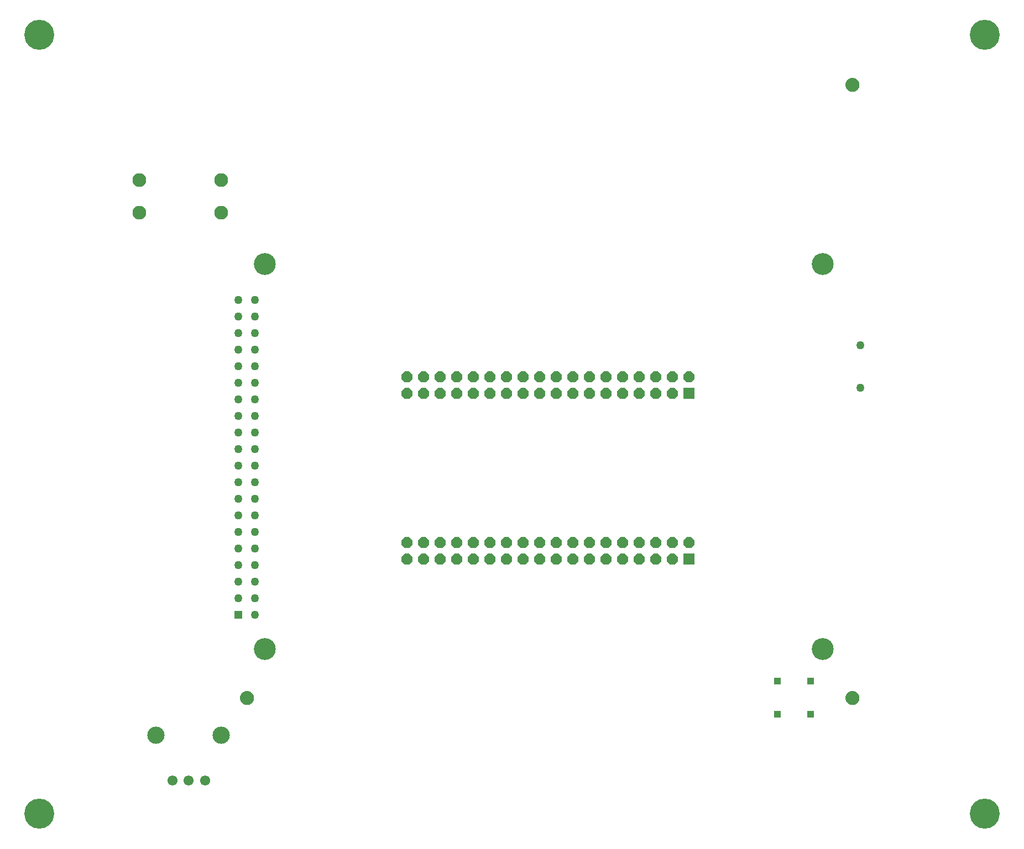
<source format=gbr>
G04 EAGLE Gerber RS-274X export*
G75*
%MOMM*%
%FSLAX34Y34*%
%LPD*%
%INSoldermask Bottom*%
%IPPOS*%
%AMOC8*
5,1,8,0,0,1.08239X$1,22.5*%
G01*
%ADD10C,1.272400*%
%ADD11C,1.552400*%
%ADD12C,2.652400*%
%ADD13C,2.112400*%
%ADD14C,4.597400*%
%ADD15C,0.609600*%
%ADD16C,1.168400*%
%ADD17R,1.676400X1.676400*%
%ADD18P,1.814519X8X202.500000*%
%ADD19R,1.272400X1.272400*%
%ADD20C,3.352400*%
%ADD21R,1.057200X1.057200*%


D10*
X1295400Y756400D03*
X1295400Y691400D03*
D11*
X241700Y88900D03*
X266700Y88900D03*
X291700Y88900D03*
D12*
X216700Y158900D03*
X316700Y158900D03*
D13*
X316500Y1009250D03*
X316500Y959250D03*
X191500Y959250D03*
X191500Y1009250D03*
D14*
X38100Y1231900D03*
X1485900Y1231900D03*
X1485900Y38100D03*
X38100Y38100D03*
D15*
X1275080Y1155700D02*
X1275082Y1155887D01*
X1275089Y1156074D01*
X1275101Y1156261D01*
X1275117Y1156447D01*
X1275137Y1156633D01*
X1275162Y1156818D01*
X1275192Y1157003D01*
X1275226Y1157187D01*
X1275265Y1157370D01*
X1275308Y1157552D01*
X1275356Y1157732D01*
X1275408Y1157912D01*
X1275465Y1158090D01*
X1275525Y1158267D01*
X1275591Y1158442D01*
X1275660Y1158616D01*
X1275734Y1158788D01*
X1275812Y1158958D01*
X1275894Y1159126D01*
X1275980Y1159292D01*
X1276070Y1159456D01*
X1276164Y1159617D01*
X1276262Y1159777D01*
X1276364Y1159933D01*
X1276470Y1160088D01*
X1276580Y1160239D01*
X1276693Y1160388D01*
X1276810Y1160534D01*
X1276930Y1160677D01*
X1277054Y1160817D01*
X1277181Y1160954D01*
X1277312Y1161088D01*
X1277446Y1161219D01*
X1277583Y1161346D01*
X1277723Y1161470D01*
X1277866Y1161590D01*
X1278012Y1161707D01*
X1278161Y1161820D01*
X1278312Y1161930D01*
X1278467Y1162036D01*
X1278623Y1162138D01*
X1278783Y1162236D01*
X1278944Y1162330D01*
X1279108Y1162420D01*
X1279274Y1162506D01*
X1279442Y1162588D01*
X1279612Y1162666D01*
X1279784Y1162740D01*
X1279958Y1162809D01*
X1280133Y1162875D01*
X1280310Y1162935D01*
X1280488Y1162992D01*
X1280668Y1163044D01*
X1280848Y1163092D01*
X1281030Y1163135D01*
X1281213Y1163174D01*
X1281397Y1163208D01*
X1281582Y1163238D01*
X1281767Y1163263D01*
X1281953Y1163283D01*
X1282139Y1163299D01*
X1282326Y1163311D01*
X1282513Y1163318D01*
X1282700Y1163320D01*
X1282887Y1163318D01*
X1283074Y1163311D01*
X1283261Y1163299D01*
X1283447Y1163283D01*
X1283633Y1163263D01*
X1283818Y1163238D01*
X1284003Y1163208D01*
X1284187Y1163174D01*
X1284370Y1163135D01*
X1284552Y1163092D01*
X1284732Y1163044D01*
X1284912Y1162992D01*
X1285090Y1162935D01*
X1285267Y1162875D01*
X1285442Y1162809D01*
X1285616Y1162740D01*
X1285788Y1162666D01*
X1285958Y1162588D01*
X1286126Y1162506D01*
X1286292Y1162420D01*
X1286456Y1162330D01*
X1286617Y1162236D01*
X1286777Y1162138D01*
X1286933Y1162036D01*
X1287088Y1161930D01*
X1287239Y1161820D01*
X1287388Y1161707D01*
X1287534Y1161590D01*
X1287677Y1161470D01*
X1287817Y1161346D01*
X1287954Y1161219D01*
X1288088Y1161088D01*
X1288219Y1160954D01*
X1288346Y1160817D01*
X1288470Y1160677D01*
X1288590Y1160534D01*
X1288707Y1160388D01*
X1288820Y1160239D01*
X1288930Y1160088D01*
X1289036Y1159933D01*
X1289138Y1159777D01*
X1289236Y1159617D01*
X1289330Y1159456D01*
X1289420Y1159292D01*
X1289506Y1159126D01*
X1289588Y1158958D01*
X1289666Y1158788D01*
X1289740Y1158616D01*
X1289809Y1158442D01*
X1289875Y1158267D01*
X1289935Y1158090D01*
X1289992Y1157912D01*
X1290044Y1157732D01*
X1290092Y1157552D01*
X1290135Y1157370D01*
X1290174Y1157187D01*
X1290208Y1157003D01*
X1290238Y1156818D01*
X1290263Y1156633D01*
X1290283Y1156447D01*
X1290299Y1156261D01*
X1290311Y1156074D01*
X1290318Y1155887D01*
X1290320Y1155700D01*
X1290318Y1155513D01*
X1290311Y1155326D01*
X1290299Y1155139D01*
X1290283Y1154953D01*
X1290263Y1154767D01*
X1290238Y1154582D01*
X1290208Y1154397D01*
X1290174Y1154213D01*
X1290135Y1154030D01*
X1290092Y1153848D01*
X1290044Y1153668D01*
X1289992Y1153488D01*
X1289935Y1153310D01*
X1289875Y1153133D01*
X1289809Y1152958D01*
X1289740Y1152784D01*
X1289666Y1152612D01*
X1289588Y1152442D01*
X1289506Y1152274D01*
X1289420Y1152108D01*
X1289330Y1151944D01*
X1289236Y1151783D01*
X1289138Y1151623D01*
X1289036Y1151467D01*
X1288930Y1151312D01*
X1288820Y1151161D01*
X1288707Y1151012D01*
X1288590Y1150866D01*
X1288470Y1150723D01*
X1288346Y1150583D01*
X1288219Y1150446D01*
X1288088Y1150312D01*
X1287954Y1150181D01*
X1287817Y1150054D01*
X1287677Y1149930D01*
X1287534Y1149810D01*
X1287388Y1149693D01*
X1287239Y1149580D01*
X1287088Y1149470D01*
X1286933Y1149364D01*
X1286777Y1149262D01*
X1286617Y1149164D01*
X1286456Y1149070D01*
X1286292Y1148980D01*
X1286126Y1148894D01*
X1285958Y1148812D01*
X1285788Y1148734D01*
X1285616Y1148660D01*
X1285442Y1148591D01*
X1285267Y1148525D01*
X1285090Y1148465D01*
X1284912Y1148408D01*
X1284732Y1148356D01*
X1284552Y1148308D01*
X1284370Y1148265D01*
X1284187Y1148226D01*
X1284003Y1148192D01*
X1283818Y1148162D01*
X1283633Y1148137D01*
X1283447Y1148117D01*
X1283261Y1148101D01*
X1283074Y1148089D01*
X1282887Y1148082D01*
X1282700Y1148080D01*
X1282513Y1148082D01*
X1282326Y1148089D01*
X1282139Y1148101D01*
X1281953Y1148117D01*
X1281767Y1148137D01*
X1281582Y1148162D01*
X1281397Y1148192D01*
X1281213Y1148226D01*
X1281030Y1148265D01*
X1280848Y1148308D01*
X1280668Y1148356D01*
X1280488Y1148408D01*
X1280310Y1148465D01*
X1280133Y1148525D01*
X1279958Y1148591D01*
X1279784Y1148660D01*
X1279612Y1148734D01*
X1279442Y1148812D01*
X1279274Y1148894D01*
X1279108Y1148980D01*
X1278944Y1149070D01*
X1278783Y1149164D01*
X1278623Y1149262D01*
X1278467Y1149364D01*
X1278312Y1149470D01*
X1278161Y1149580D01*
X1278012Y1149693D01*
X1277866Y1149810D01*
X1277723Y1149930D01*
X1277583Y1150054D01*
X1277446Y1150181D01*
X1277312Y1150312D01*
X1277181Y1150446D01*
X1277054Y1150583D01*
X1276930Y1150723D01*
X1276810Y1150866D01*
X1276693Y1151012D01*
X1276580Y1151161D01*
X1276470Y1151312D01*
X1276364Y1151467D01*
X1276262Y1151623D01*
X1276164Y1151783D01*
X1276070Y1151944D01*
X1275980Y1152108D01*
X1275894Y1152274D01*
X1275812Y1152442D01*
X1275734Y1152612D01*
X1275660Y1152784D01*
X1275591Y1152958D01*
X1275525Y1153133D01*
X1275465Y1153310D01*
X1275408Y1153488D01*
X1275356Y1153668D01*
X1275308Y1153848D01*
X1275265Y1154030D01*
X1275226Y1154213D01*
X1275192Y1154397D01*
X1275162Y1154582D01*
X1275137Y1154767D01*
X1275117Y1154953D01*
X1275101Y1155139D01*
X1275089Y1155326D01*
X1275082Y1155513D01*
X1275080Y1155700D01*
D16*
X1282700Y1155700D03*
D15*
X1275080Y215900D02*
X1275082Y216087D01*
X1275089Y216274D01*
X1275101Y216461D01*
X1275117Y216647D01*
X1275137Y216833D01*
X1275162Y217018D01*
X1275192Y217203D01*
X1275226Y217387D01*
X1275265Y217570D01*
X1275308Y217752D01*
X1275356Y217932D01*
X1275408Y218112D01*
X1275465Y218290D01*
X1275525Y218467D01*
X1275591Y218642D01*
X1275660Y218816D01*
X1275734Y218988D01*
X1275812Y219158D01*
X1275894Y219326D01*
X1275980Y219492D01*
X1276070Y219656D01*
X1276164Y219817D01*
X1276262Y219977D01*
X1276364Y220133D01*
X1276470Y220288D01*
X1276580Y220439D01*
X1276693Y220588D01*
X1276810Y220734D01*
X1276930Y220877D01*
X1277054Y221017D01*
X1277181Y221154D01*
X1277312Y221288D01*
X1277446Y221419D01*
X1277583Y221546D01*
X1277723Y221670D01*
X1277866Y221790D01*
X1278012Y221907D01*
X1278161Y222020D01*
X1278312Y222130D01*
X1278467Y222236D01*
X1278623Y222338D01*
X1278783Y222436D01*
X1278944Y222530D01*
X1279108Y222620D01*
X1279274Y222706D01*
X1279442Y222788D01*
X1279612Y222866D01*
X1279784Y222940D01*
X1279958Y223009D01*
X1280133Y223075D01*
X1280310Y223135D01*
X1280488Y223192D01*
X1280668Y223244D01*
X1280848Y223292D01*
X1281030Y223335D01*
X1281213Y223374D01*
X1281397Y223408D01*
X1281582Y223438D01*
X1281767Y223463D01*
X1281953Y223483D01*
X1282139Y223499D01*
X1282326Y223511D01*
X1282513Y223518D01*
X1282700Y223520D01*
X1282887Y223518D01*
X1283074Y223511D01*
X1283261Y223499D01*
X1283447Y223483D01*
X1283633Y223463D01*
X1283818Y223438D01*
X1284003Y223408D01*
X1284187Y223374D01*
X1284370Y223335D01*
X1284552Y223292D01*
X1284732Y223244D01*
X1284912Y223192D01*
X1285090Y223135D01*
X1285267Y223075D01*
X1285442Y223009D01*
X1285616Y222940D01*
X1285788Y222866D01*
X1285958Y222788D01*
X1286126Y222706D01*
X1286292Y222620D01*
X1286456Y222530D01*
X1286617Y222436D01*
X1286777Y222338D01*
X1286933Y222236D01*
X1287088Y222130D01*
X1287239Y222020D01*
X1287388Y221907D01*
X1287534Y221790D01*
X1287677Y221670D01*
X1287817Y221546D01*
X1287954Y221419D01*
X1288088Y221288D01*
X1288219Y221154D01*
X1288346Y221017D01*
X1288470Y220877D01*
X1288590Y220734D01*
X1288707Y220588D01*
X1288820Y220439D01*
X1288930Y220288D01*
X1289036Y220133D01*
X1289138Y219977D01*
X1289236Y219817D01*
X1289330Y219656D01*
X1289420Y219492D01*
X1289506Y219326D01*
X1289588Y219158D01*
X1289666Y218988D01*
X1289740Y218816D01*
X1289809Y218642D01*
X1289875Y218467D01*
X1289935Y218290D01*
X1289992Y218112D01*
X1290044Y217932D01*
X1290092Y217752D01*
X1290135Y217570D01*
X1290174Y217387D01*
X1290208Y217203D01*
X1290238Y217018D01*
X1290263Y216833D01*
X1290283Y216647D01*
X1290299Y216461D01*
X1290311Y216274D01*
X1290318Y216087D01*
X1290320Y215900D01*
X1290318Y215713D01*
X1290311Y215526D01*
X1290299Y215339D01*
X1290283Y215153D01*
X1290263Y214967D01*
X1290238Y214782D01*
X1290208Y214597D01*
X1290174Y214413D01*
X1290135Y214230D01*
X1290092Y214048D01*
X1290044Y213868D01*
X1289992Y213688D01*
X1289935Y213510D01*
X1289875Y213333D01*
X1289809Y213158D01*
X1289740Y212984D01*
X1289666Y212812D01*
X1289588Y212642D01*
X1289506Y212474D01*
X1289420Y212308D01*
X1289330Y212144D01*
X1289236Y211983D01*
X1289138Y211823D01*
X1289036Y211667D01*
X1288930Y211512D01*
X1288820Y211361D01*
X1288707Y211212D01*
X1288590Y211066D01*
X1288470Y210923D01*
X1288346Y210783D01*
X1288219Y210646D01*
X1288088Y210512D01*
X1287954Y210381D01*
X1287817Y210254D01*
X1287677Y210130D01*
X1287534Y210010D01*
X1287388Y209893D01*
X1287239Y209780D01*
X1287088Y209670D01*
X1286933Y209564D01*
X1286777Y209462D01*
X1286617Y209364D01*
X1286456Y209270D01*
X1286292Y209180D01*
X1286126Y209094D01*
X1285958Y209012D01*
X1285788Y208934D01*
X1285616Y208860D01*
X1285442Y208791D01*
X1285267Y208725D01*
X1285090Y208665D01*
X1284912Y208608D01*
X1284732Y208556D01*
X1284552Y208508D01*
X1284370Y208465D01*
X1284187Y208426D01*
X1284003Y208392D01*
X1283818Y208362D01*
X1283633Y208337D01*
X1283447Y208317D01*
X1283261Y208301D01*
X1283074Y208289D01*
X1282887Y208282D01*
X1282700Y208280D01*
X1282513Y208282D01*
X1282326Y208289D01*
X1282139Y208301D01*
X1281953Y208317D01*
X1281767Y208337D01*
X1281582Y208362D01*
X1281397Y208392D01*
X1281213Y208426D01*
X1281030Y208465D01*
X1280848Y208508D01*
X1280668Y208556D01*
X1280488Y208608D01*
X1280310Y208665D01*
X1280133Y208725D01*
X1279958Y208791D01*
X1279784Y208860D01*
X1279612Y208934D01*
X1279442Y209012D01*
X1279274Y209094D01*
X1279108Y209180D01*
X1278944Y209270D01*
X1278783Y209364D01*
X1278623Y209462D01*
X1278467Y209564D01*
X1278312Y209670D01*
X1278161Y209780D01*
X1278012Y209893D01*
X1277866Y210010D01*
X1277723Y210130D01*
X1277583Y210254D01*
X1277446Y210381D01*
X1277312Y210512D01*
X1277181Y210646D01*
X1277054Y210783D01*
X1276930Y210923D01*
X1276810Y211066D01*
X1276693Y211212D01*
X1276580Y211361D01*
X1276470Y211512D01*
X1276364Y211667D01*
X1276262Y211823D01*
X1276164Y211983D01*
X1276070Y212144D01*
X1275980Y212308D01*
X1275894Y212474D01*
X1275812Y212642D01*
X1275734Y212812D01*
X1275660Y212984D01*
X1275591Y213158D01*
X1275525Y213333D01*
X1275465Y213510D01*
X1275408Y213688D01*
X1275356Y213868D01*
X1275308Y214048D01*
X1275265Y214230D01*
X1275226Y214413D01*
X1275192Y214597D01*
X1275162Y214782D01*
X1275137Y214967D01*
X1275117Y215153D01*
X1275101Y215339D01*
X1275089Y215526D01*
X1275082Y215713D01*
X1275080Y215900D01*
D16*
X1282700Y215900D03*
D15*
X347980Y215900D02*
X347982Y216087D01*
X347989Y216274D01*
X348001Y216461D01*
X348017Y216647D01*
X348037Y216833D01*
X348062Y217018D01*
X348092Y217203D01*
X348126Y217387D01*
X348165Y217570D01*
X348208Y217752D01*
X348256Y217932D01*
X348308Y218112D01*
X348365Y218290D01*
X348425Y218467D01*
X348491Y218642D01*
X348560Y218816D01*
X348634Y218988D01*
X348712Y219158D01*
X348794Y219326D01*
X348880Y219492D01*
X348970Y219656D01*
X349064Y219817D01*
X349162Y219977D01*
X349264Y220133D01*
X349370Y220288D01*
X349480Y220439D01*
X349593Y220588D01*
X349710Y220734D01*
X349830Y220877D01*
X349954Y221017D01*
X350081Y221154D01*
X350212Y221288D01*
X350346Y221419D01*
X350483Y221546D01*
X350623Y221670D01*
X350766Y221790D01*
X350912Y221907D01*
X351061Y222020D01*
X351212Y222130D01*
X351367Y222236D01*
X351523Y222338D01*
X351683Y222436D01*
X351844Y222530D01*
X352008Y222620D01*
X352174Y222706D01*
X352342Y222788D01*
X352512Y222866D01*
X352684Y222940D01*
X352858Y223009D01*
X353033Y223075D01*
X353210Y223135D01*
X353388Y223192D01*
X353568Y223244D01*
X353748Y223292D01*
X353930Y223335D01*
X354113Y223374D01*
X354297Y223408D01*
X354482Y223438D01*
X354667Y223463D01*
X354853Y223483D01*
X355039Y223499D01*
X355226Y223511D01*
X355413Y223518D01*
X355600Y223520D01*
X355787Y223518D01*
X355974Y223511D01*
X356161Y223499D01*
X356347Y223483D01*
X356533Y223463D01*
X356718Y223438D01*
X356903Y223408D01*
X357087Y223374D01*
X357270Y223335D01*
X357452Y223292D01*
X357632Y223244D01*
X357812Y223192D01*
X357990Y223135D01*
X358167Y223075D01*
X358342Y223009D01*
X358516Y222940D01*
X358688Y222866D01*
X358858Y222788D01*
X359026Y222706D01*
X359192Y222620D01*
X359356Y222530D01*
X359517Y222436D01*
X359677Y222338D01*
X359833Y222236D01*
X359988Y222130D01*
X360139Y222020D01*
X360288Y221907D01*
X360434Y221790D01*
X360577Y221670D01*
X360717Y221546D01*
X360854Y221419D01*
X360988Y221288D01*
X361119Y221154D01*
X361246Y221017D01*
X361370Y220877D01*
X361490Y220734D01*
X361607Y220588D01*
X361720Y220439D01*
X361830Y220288D01*
X361936Y220133D01*
X362038Y219977D01*
X362136Y219817D01*
X362230Y219656D01*
X362320Y219492D01*
X362406Y219326D01*
X362488Y219158D01*
X362566Y218988D01*
X362640Y218816D01*
X362709Y218642D01*
X362775Y218467D01*
X362835Y218290D01*
X362892Y218112D01*
X362944Y217932D01*
X362992Y217752D01*
X363035Y217570D01*
X363074Y217387D01*
X363108Y217203D01*
X363138Y217018D01*
X363163Y216833D01*
X363183Y216647D01*
X363199Y216461D01*
X363211Y216274D01*
X363218Y216087D01*
X363220Y215900D01*
X363218Y215713D01*
X363211Y215526D01*
X363199Y215339D01*
X363183Y215153D01*
X363163Y214967D01*
X363138Y214782D01*
X363108Y214597D01*
X363074Y214413D01*
X363035Y214230D01*
X362992Y214048D01*
X362944Y213868D01*
X362892Y213688D01*
X362835Y213510D01*
X362775Y213333D01*
X362709Y213158D01*
X362640Y212984D01*
X362566Y212812D01*
X362488Y212642D01*
X362406Y212474D01*
X362320Y212308D01*
X362230Y212144D01*
X362136Y211983D01*
X362038Y211823D01*
X361936Y211667D01*
X361830Y211512D01*
X361720Y211361D01*
X361607Y211212D01*
X361490Y211066D01*
X361370Y210923D01*
X361246Y210783D01*
X361119Y210646D01*
X360988Y210512D01*
X360854Y210381D01*
X360717Y210254D01*
X360577Y210130D01*
X360434Y210010D01*
X360288Y209893D01*
X360139Y209780D01*
X359988Y209670D01*
X359833Y209564D01*
X359677Y209462D01*
X359517Y209364D01*
X359356Y209270D01*
X359192Y209180D01*
X359026Y209094D01*
X358858Y209012D01*
X358688Y208934D01*
X358516Y208860D01*
X358342Y208791D01*
X358167Y208725D01*
X357990Y208665D01*
X357812Y208608D01*
X357632Y208556D01*
X357452Y208508D01*
X357270Y208465D01*
X357087Y208426D01*
X356903Y208392D01*
X356718Y208362D01*
X356533Y208337D01*
X356347Y208317D01*
X356161Y208301D01*
X355974Y208289D01*
X355787Y208282D01*
X355600Y208280D01*
X355413Y208282D01*
X355226Y208289D01*
X355039Y208301D01*
X354853Y208317D01*
X354667Y208337D01*
X354482Y208362D01*
X354297Y208392D01*
X354113Y208426D01*
X353930Y208465D01*
X353748Y208508D01*
X353568Y208556D01*
X353388Y208608D01*
X353210Y208665D01*
X353033Y208725D01*
X352858Y208791D01*
X352684Y208860D01*
X352512Y208934D01*
X352342Y209012D01*
X352174Y209094D01*
X352008Y209180D01*
X351844Y209270D01*
X351683Y209364D01*
X351523Y209462D01*
X351367Y209564D01*
X351212Y209670D01*
X351061Y209780D01*
X350912Y209893D01*
X350766Y210010D01*
X350623Y210130D01*
X350483Y210254D01*
X350346Y210381D01*
X350212Y210512D01*
X350081Y210646D01*
X349954Y210783D01*
X349830Y210923D01*
X349710Y211066D01*
X349593Y211212D01*
X349480Y211361D01*
X349370Y211512D01*
X349264Y211667D01*
X349162Y211823D01*
X349064Y211983D01*
X348970Y212144D01*
X348880Y212308D01*
X348794Y212474D01*
X348712Y212642D01*
X348634Y212812D01*
X348560Y212984D01*
X348491Y213158D01*
X348425Y213333D01*
X348365Y213510D01*
X348308Y213688D01*
X348256Y213868D01*
X348208Y214048D01*
X348165Y214230D01*
X348126Y214413D01*
X348092Y214597D01*
X348062Y214782D01*
X348037Y214967D01*
X348017Y215153D01*
X348001Y215339D01*
X347989Y215526D01*
X347982Y215713D01*
X347980Y215900D01*
D16*
X355600Y215900D03*
D17*
X1033100Y429000D03*
D18*
X1033100Y454400D03*
X1007700Y429000D03*
X1007700Y454400D03*
X982300Y429000D03*
X982300Y454400D03*
X956900Y429000D03*
X956900Y454400D03*
X931500Y429000D03*
X931500Y454400D03*
X906100Y429000D03*
X906100Y454400D03*
X880700Y429000D03*
X880700Y454400D03*
X855300Y429000D03*
X855300Y454400D03*
X829900Y429000D03*
X829900Y454400D03*
X804500Y429000D03*
X804500Y454400D03*
X779100Y429000D03*
X779100Y454400D03*
X753700Y429000D03*
X753700Y454400D03*
X728300Y429000D03*
X728300Y454400D03*
X702900Y429000D03*
X702900Y454400D03*
X677500Y429000D03*
X677500Y454400D03*
X652100Y429000D03*
X652100Y454400D03*
X626700Y429000D03*
X626700Y454400D03*
X601300Y429000D03*
X601300Y454400D03*
D17*
X1033100Y683000D03*
D18*
X1033100Y708400D03*
X1007700Y683000D03*
X1007700Y708400D03*
X982300Y683000D03*
X982300Y708400D03*
X956900Y683000D03*
X956900Y708400D03*
X931500Y683000D03*
X931500Y708400D03*
X906100Y683000D03*
X906100Y708400D03*
X880700Y683000D03*
X880700Y708400D03*
X855300Y683000D03*
X855300Y708400D03*
X829900Y683000D03*
X829900Y708400D03*
X804500Y683000D03*
X804500Y708400D03*
X779100Y683000D03*
X779100Y708400D03*
X753700Y683000D03*
X753700Y708400D03*
X728300Y683000D03*
X728300Y708400D03*
X702900Y683000D03*
X702900Y708400D03*
X677500Y683000D03*
X677500Y708400D03*
X652100Y683000D03*
X652100Y708400D03*
X626700Y683000D03*
X626700Y708400D03*
X601300Y683000D03*
X601300Y708400D03*
D10*
X342900Y825500D03*
X342900Y800100D03*
X342900Y774700D03*
X342900Y749300D03*
X342900Y723900D03*
X342900Y698500D03*
X342900Y673100D03*
X342900Y647700D03*
X342900Y622300D03*
X342900Y596900D03*
X342900Y571500D03*
X342900Y546100D03*
X342900Y520700D03*
X342900Y495300D03*
X342900Y469900D03*
X342900Y444500D03*
X342900Y419100D03*
X342900Y393700D03*
X342900Y368300D03*
D19*
X342900Y342900D03*
D10*
X368300Y342900D03*
X368300Y368300D03*
X368300Y393700D03*
X368300Y419100D03*
X368300Y444500D03*
X368300Y469900D03*
X368300Y495300D03*
X368300Y520700D03*
X368300Y546100D03*
X368300Y571500D03*
X368300Y596900D03*
X368300Y622300D03*
X368300Y647700D03*
X368300Y673100D03*
X368300Y698500D03*
X368300Y723900D03*
X368300Y749300D03*
X368300Y774700D03*
X368300Y800100D03*
X368300Y825500D03*
D20*
X382900Y880500D03*
X382900Y290500D03*
X1237900Y880500D03*
X1237900Y290500D03*
D21*
X1168400Y241300D03*
X1219200Y241300D03*
X1168400Y190500D03*
X1219200Y190500D03*
M02*

</source>
